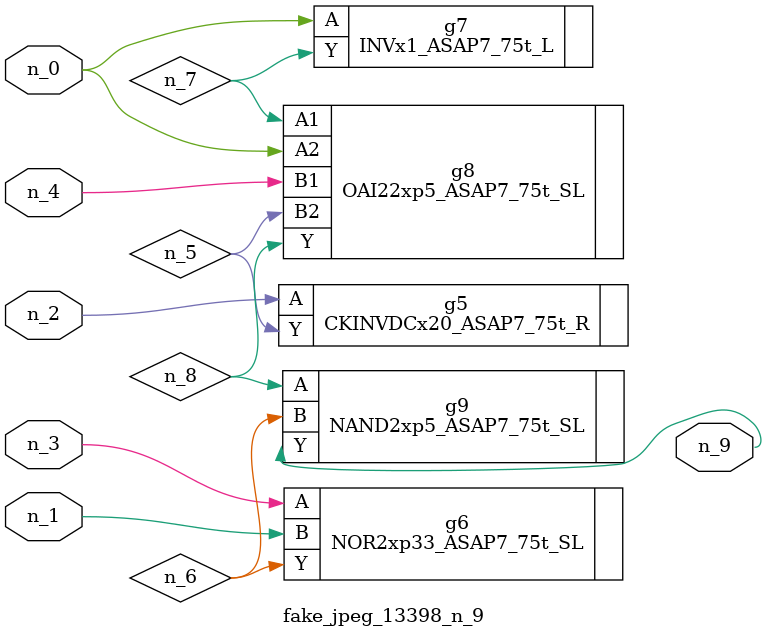
<source format=v>
module fake_jpeg_13398_n_9 (n_3, n_2, n_1, n_0, n_4, n_9);

input n_3;
input n_2;
input n_1;
input n_0;
input n_4;

output n_9;

wire n_8;
wire n_6;
wire n_5;
wire n_7;

CKINVDCx20_ASAP7_75t_R g5 ( 
.A(n_2),
.Y(n_5)
);

NOR2xp33_ASAP7_75t_SL g6 ( 
.A(n_3),
.B(n_1),
.Y(n_6)
);

INVx1_ASAP7_75t_L g7 ( 
.A(n_0),
.Y(n_7)
);

OAI22xp5_ASAP7_75t_SL g8 ( 
.A1(n_7),
.A2(n_0),
.B1(n_4),
.B2(n_5),
.Y(n_8)
);

NAND2xp5_ASAP7_75t_SL g9 ( 
.A(n_8),
.B(n_6),
.Y(n_9)
);


endmodule
</source>
